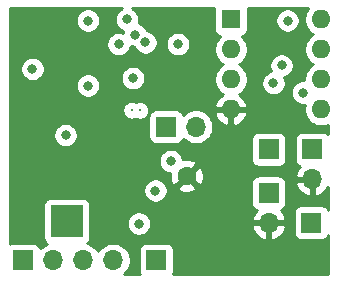
<source format=gbr>
%TF.GenerationSoftware,KiCad,Pcbnew,(5.1.6)-1*%
%TF.CreationDate,2020-10-15T17:46:37+08:00*%
%TF.ProjectId,Music_Player,4d757369-635f-4506-9c61-7965722e6b69,rev?*%
%TF.SameCoordinates,Original*%
%TF.FileFunction,Copper,L2,Inr*%
%TF.FilePolarity,Positive*%
%FSLAX46Y46*%
G04 Gerber Fmt 4.6, Leading zero omitted, Abs format (unit mm)*
G04 Created by KiCad (PCBNEW (5.1.6)-1) date 2020-10-15 17:46:37*
%MOMM*%
%LPD*%
G01*
G04 APERTURE LIST*
%TA.AperFunction,ViaPad*%
%ADD10C,0.320000*%
%TD*%
%TA.AperFunction,ViaPad*%
%ADD11O,1.600000X1.600000*%
%TD*%
%TA.AperFunction,ViaPad*%
%ADD12R,1.600000X1.600000*%
%TD*%
%TA.AperFunction,ViaPad*%
%ADD13R,1.700000X1.700000*%
%TD*%
%TA.AperFunction,ViaPad*%
%ADD14O,1.700000X1.700000*%
%TD*%
%TA.AperFunction,ViaPad*%
%ADD15C,1.600000*%
%TD*%
%TA.AperFunction,ViaPad*%
%ADD16R,2.700000X2.700000*%
%TD*%
%TA.AperFunction,ViaPad*%
%ADD17C,0.800000*%
%TD*%
%TA.AperFunction,Conductor*%
%ADD18C,0.254000*%
%TD*%
G04 APERTURE END LIST*
D10*
%TO.N,Net-(U2-Pad2)*%
%TO.C,Y1*%
X21700000Y-19300000D03*
%TO.N,Net-(U2-Pad1)*%
X21000000Y-19300000D03*
%TD*%
D11*
%TO.N,+3V3*%
%TO.C,U2*%
X37020000Y-11600000D03*
%TO.N,GND*%
X29400000Y-19220000D03*
%TO.N,/RTC_OUT*%
X37020000Y-14140000D03*
%TO.N,Net-(BT1-Pad1)*%
X29400000Y-16680000D03*
%TO.N,Net-(J1-Pad2)*%
X37020000Y-16680000D03*
%TO.N,Net-(U2-Pad2)*%
X29400000Y-14140000D03*
%TO.N,Net-(J1-Pad1)*%
X37020000Y-19220000D03*
D12*
%TO.N,Net-(U2-Pad1)*%
X29400000Y-11600000D03*
%TD*%
D13*
%TO.N,/RTC_OUT*%
%TO.C,J7*%
X32600000Y-22600000D03*
%TD*%
%TO.N,+3V3*%
%TO.C,J6*%
X36200000Y-28800000D03*
%TD*%
%TO.N,CVDD*%
%TO.C,J5*%
X23100000Y-32000000D03*
%TD*%
D14*
%TO.N,/BAT_D1*%
%TO.C,J4*%
X19420000Y-32000000D03*
%TO.N,/BAT_D2*%
X16880000Y-32000000D03*
%TO.N,/BAT_D3*%
X14340000Y-32000000D03*
D13*
%TO.N,/BAT_D4*%
X11800000Y-32000000D03*
%TD*%
D14*
%TO.N,GND*%
%TO.C,J3*%
X36300000Y-25140000D03*
D13*
%TO.N,VBUS*%
X36300000Y-22600000D03*
%TD*%
D14*
%TO.N,GND*%
%TO.C,J2*%
X32600000Y-28840000D03*
D13*
%TO.N,/bat_+*%
X32600000Y-26300000D03*
%TD*%
D14*
%TO.N,Net-(J1-Pad2)*%
%TO.C,J1*%
X26440000Y-20700000D03*
D13*
%TO.N,Net-(J1-Pad1)*%
X23900000Y-20700000D03*
%TD*%
D15*
%TO.N,GND*%
%TO.C,BT1*%
X25670000Y-24850000D03*
D16*
%TO.N,Net-(BT1-Pad1)*%
X15500000Y-28700000D03*
%TD*%
D17*
%TO.N,GND*%
X17371185Y-14434078D03*
X27700000Y-12900000D03*
X18400000Y-25900000D03*
%TO.N,+3V3*%
X24900000Y-13700000D03*
%TO.N,CVDD*%
X15400000Y-21400000D03*
%TO.N,/BAT_PWR*%
X23000000Y-26100000D03*
X20600000Y-11600004D03*
X19900000Y-13700000D03*
%TO.N,Net-(D1-Pad2)*%
X33700000Y-15500000D03*
X34200000Y-11700000D03*
%TO.N,+5V*%
X21100000Y-16575000D03*
%TO.N,Net-(L1-Pad2)*%
X12600000Y-15800000D03*
X17300000Y-11699996D03*
%TO.N,/BAT+*%
X21600000Y-28900000D03*
X24305154Y-23605154D03*
%TO.N,Net-(C3-Pad2)*%
X21300000Y-12900000D03*
X17300000Y-17200000D03*
%TO.N,Net-(C5-Pad1)*%
X22157500Y-13557500D03*
%TO.N,Net-(J1-Pad2)*%
X33000000Y-17000000D03*
X35500000Y-17800000D03*
%TD*%
D18*
%TO.N,GND*%
G36*
X20109744Y-10682799D02*
G01*
X19940226Y-10796067D01*
X19796063Y-10940230D01*
X19682795Y-11109748D01*
X19604774Y-11298106D01*
X19565000Y-11498065D01*
X19565000Y-11701943D01*
X19604774Y-11901902D01*
X19682795Y-12090260D01*
X19796063Y-12259778D01*
X19940226Y-12403941D01*
X20109744Y-12517209D01*
X20298102Y-12595230D01*
X20305365Y-12596675D01*
X20304774Y-12598102D01*
X20277340Y-12736023D01*
X20201898Y-12704774D01*
X20001939Y-12665000D01*
X19798061Y-12665000D01*
X19598102Y-12704774D01*
X19409744Y-12782795D01*
X19240226Y-12896063D01*
X19096063Y-13040226D01*
X18982795Y-13209744D01*
X18904774Y-13398102D01*
X18865000Y-13598061D01*
X18865000Y-13801939D01*
X18904774Y-14001898D01*
X18982795Y-14190256D01*
X19096063Y-14359774D01*
X19240226Y-14503937D01*
X19409744Y-14617205D01*
X19598102Y-14695226D01*
X19798061Y-14735000D01*
X20001939Y-14735000D01*
X20201898Y-14695226D01*
X20390256Y-14617205D01*
X20559774Y-14503937D01*
X20703937Y-14359774D01*
X20817205Y-14190256D01*
X20895226Y-14001898D01*
X20922660Y-13863977D01*
X20998102Y-13895226D01*
X21193188Y-13934031D01*
X21240295Y-14047756D01*
X21353563Y-14217274D01*
X21497726Y-14361437D01*
X21667244Y-14474705D01*
X21855602Y-14552726D01*
X22055561Y-14592500D01*
X22259439Y-14592500D01*
X22459398Y-14552726D01*
X22647756Y-14474705D01*
X22817274Y-14361437D01*
X22961437Y-14217274D01*
X23074705Y-14047756D01*
X23152726Y-13859398D01*
X23192500Y-13659439D01*
X23192500Y-13598061D01*
X23865000Y-13598061D01*
X23865000Y-13801939D01*
X23904774Y-14001898D01*
X23982795Y-14190256D01*
X24096063Y-14359774D01*
X24240226Y-14503937D01*
X24409744Y-14617205D01*
X24598102Y-14695226D01*
X24798061Y-14735000D01*
X25001939Y-14735000D01*
X25201898Y-14695226D01*
X25390256Y-14617205D01*
X25559774Y-14503937D01*
X25703937Y-14359774D01*
X25817205Y-14190256D01*
X25895226Y-14001898D01*
X25935000Y-13801939D01*
X25935000Y-13598061D01*
X25895226Y-13398102D01*
X25817205Y-13209744D01*
X25703937Y-13040226D01*
X25559774Y-12896063D01*
X25390256Y-12782795D01*
X25201898Y-12704774D01*
X25001939Y-12665000D01*
X24798061Y-12665000D01*
X24598102Y-12704774D01*
X24409744Y-12782795D01*
X24240226Y-12896063D01*
X24096063Y-13040226D01*
X23982795Y-13209744D01*
X23904774Y-13398102D01*
X23865000Y-13598061D01*
X23192500Y-13598061D01*
X23192500Y-13455561D01*
X23152726Y-13255602D01*
X23074705Y-13067244D01*
X22961437Y-12897726D01*
X22817274Y-12753563D01*
X22647756Y-12640295D01*
X22459398Y-12562274D01*
X22264312Y-12523469D01*
X22217205Y-12409744D01*
X22103937Y-12240226D01*
X21959774Y-12096063D01*
X21790256Y-11982795D01*
X21601898Y-11904774D01*
X21594635Y-11903329D01*
X21595226Y-11901902D01*
X21635000Y-11701943D01*
X21635000Y-11498065D01*
X21595226Y-11298106D01*
X21517205Y-11109748D01*
X21403937Y-10940230D01*
X21259774Y-10796067D01*
X21090256Y-10682799D01*
X21035215Y-10660000D01*
X27978895Y-10660000D01*
X27974188Y-10675518D01*
X27961928Y-10800000D01*
X27961928Y-12400000D01*
X27974188Y-12524482D01*
X28010498Y-12644180D01*
X28069463Y-12754494D01*
X28148815Y-12851185D01*
X28245506Y-12930537D01*
X28355820Y-12989502D01*
X28475518Y-13025812D01*
X28483961Y-13026643D01*
X28285363Y-13225241D01*
X28128320Y-13460273D01*
X28020147Y-13721426D01*
X27965000Y-13998665D01*
X27965000Y-14281335D01*
X28020147Y-14558574D01*
X28128320Y-14819727D01*
X28285363Y-15054759D01*
X28485241Y-15254637D01*
X28717759Y-15410000D01*
X28485241Y-15565363D01*
X28285363Y-15765241D01*
X28128320Y-16000273D01*
X28020147Y-16261426D01*
X27965000Y-16538665D01*
X27965000Y-16821335D01*
X28020147Y-17098574D01*
X28128320Y-17359727D01*
X28285363Y-17594759D01*
X28485241Y-17794637D01*
X28720273Y-17951680D01*
X28730865Y-17956067D01*
X28544869Y-18067615D01*
X28336481Y-18256586D01*
X28168963Y-18482580D01*
X28048754Y-18736913D01*
X28008096Y-18870961D01*
X28130085Y-19093000D01*
X29273000Y-19093000D01*
X29273000Y-19073000D01*
X29527000Y-19073000D01*
X29527000Y-19093000D01*
X30669915Y-19093000D01*
X30791904Y-18870961D01*
X30751246Y-18736913D01*
X30631037Y-18482580D01*
X30463519Y-18256586D01*
X30255131Y-18067615D01*
X30069135Y-17956067D01*
X30079727Y-17951680D01*
X30314759Y-17794637D01*
X30514637Y-17594759D01*
X30671680Y-17359727D01*
X30779853Y-17098574D01*
X30819738Y-16898061D01*
X31965000Y-16898061D01*
X31965000Y-17101939D01*
X32004774Y-17301898D01*
X32082795Y-17490256D01*
X32196063Y-17659774D01*
X32340226Y-17803937D01*
X32509744Y-17917205D01*
X32698102Y-17995226D01*
X32898061Y-18035000D01*
X33101939Y-18035000D01*
X33301898Y-17995226D01*
X33490256Y-17917205D01*
X33659774Y-17803937D01*
X33803937Y-17659774D01*
X33917205Y-17490256D01*
X33995226Y-17301898D01*
X34035000Y-17101939D01*
X34035000Y-16898061D01*
X33995226Y-16698102D01*
X33918096Y-16511895D01*
X34001898Y-16495226D01*
X34190256Y-16417205D01*
X34359774Y-16303937D01*
X34503937Y-16159774D01*
X34617205Y-15990256D01*
X34695226Y-15801898D01*
X34735000Y-15601939D01*
X34735000Y-15398061D01*
X34695226Y-15198102D01*
X34617205Y-15009744D01*
X34503937Y-14840226D01*
X34359774Y-14696063D01*
X34190256Y-14582795D01*
X34001898Y-14504774D01*
X33801939Y-14465000D01*
X33598061Y-14465000D01*
X33398102Y-14504774D01*
X33209744Y-14582795D01*
X33040226Y-14696063D01*
X32896063Y-14840226D01*
X32782795Y-15009744D01*
X32704774Y-15198102D01*
X32665000Y-15398061D01*
X32665000Y-15601939D01*
X32704774Y-15801898D01*
X32781904Y-15988105D01*
X32698102Y-16004774D01*
X32509744Y-16082795D01*
X32340226Y-16196063D01*
X32196063Y-16340226D01*
X32082795Y-16509744D01*
X32004774Y-16698102D01*
X31965000Y-16898061D01*
X30819738Y-16898061D01*
X30835000Y-16821335D01*
X30835000Y-16538665D01*
X30779853Y-16261426D01*
X30671680Y-16000273D01*
X30514637Y-15765241D01*
X30314759Y-15565363D01*
X30082241Y-15410000D01*
X30314759Y-15254637D01*
X30514637Y-15054759D01*
X30671680Y-14819727D01*
X30779853Y-14558574D01*
X30835000Y-14281335D01*
X30835000Y-13998665D01*
X30779853Y-13721426D01*
X30671680Y-13460273D01*
X30514637Y-13225241D01*
X30316039Y-13026643D01*
X30324482Y-13025812D01*
X30444180Y-12989502D01*
X30554494Y-12930537D01*
X30651185Y-12851185D01*
X30730537Y-12754494D01*
X30789502Y-12644180D01*
X30825812Y-12524482D01*
X30838072Y-12400000D01*
X30838072Y-11598061D01*
X33165000Y-11598061D01*
X33165000Y-11801939D01*
X33204774Y-12001898D01*
X33282795Y-12190256D01*
X33396063Y-12359774D01*
X33540226Y-12503937D01*
X33709744Y-12617205D01*
X33898102Y-12695226D01*
X34098061Y-12735000D01*
X34301939Y-12735000D01*
X34501898Y-12695226D01*
X34690256Y-12617205D01*
X34859774Y-12503937D01*
X35003937Y-12359774D01*
X35117205Y-12190256D01*
X35195226Y-12001898D01*
X35235000Y-11801939D01*
X35235000Y-11598061D01*
X35195226Y-11398102D01*
X35117205Y-11209744D01*
X35003937Y-11040226D01*
X34859774Y-10896063D01*
X34690256Y-10782795D01*
X34501898Y-10704774D01*
X34301939Y-10665000D01*
X34098061Y-10665000D01*
X33898102Y-10704774D01*
X33709744Y-10782795D01*
X33540226Y-10896063D01*
X33396063Y-11040226D01*
X33282795Y-11209744D01*
X33204774Y-11398102D01*
X33165000Y-11598061D01*
X30838072Y-11598061D01*
X30838072Y-10800000D01*
X30825812Y-10675518D01*
X30821105Y-10660000D01*
X35930604Y-10660000D01*
X35905363Y-10685241D01*
X35748320Y-10920273D01*
X35640147Y-11181426D01*
X35585000Y-11458665D01*
X35585000Y-11741335D01*
X35640147Y-12018574D01*
X35748320Y-12279727D01*
X35905363Y-12514759D01*
X36105241Y-12714637D01*
X36337759Y-12870000D01*
X36105241Y-13025363D01*
X35905363Y-13225241D01*
X35748320Y-13460273D01*
X35640147Y-13721426D01*
X35585000Y-13998665D01*
X35585000Y-14281335D01*
X35640147Y-14558574D01*
X35748320Y-14819727D01*
X35905363Y-15054759D01*
X36105241Y-15254637D01*
X36337759Y-15410000D01*
X36105241Y-15565363D01*
X35905363Y-15765241D01*
X35748320Y-16000273D01*
X35640147Y-16261426D01*
X35585000Y-16538665D01*
X35585000Y-16765000D01*
X35398061Y-16765000D01*
X35198102Y-16804774D01*
X35009744Y-16882795D01*
X34840226Y-16996063D01*
X34696063Y-17140226D01*
X34582795Y-17309744D01*
X34504774Y-17498102D01*
X34465000Y-17698061D01*
X34465000Y-17901939D01*
X34504774Y-18101898D01*
X34582795Y-18290256D01*
X34696063Y-18459774D01*
X34840226Y-18603937D01*
X35009744Y-18717205D01*
X35198102Y-18795226D01*
X35398061Y-18835000D01*
X35601939Y-18835000D01*
X35634768Y-18828470D01*
X35585000Y-19078665D01*
X35585000Y-19361335D01*
X35640147Y-19638574D01*
X35748320Y-19899727D01*
X35905363Y-20134759D01*
X36105241Y-20334637D01*
X36340273Y-20491680D01*
X36601426Y-20599853D01*
X36878665Y-20655000D01*
X37161335Y-20655000D01*
X37438574Y-20599853D01*
X37640000Y-20516420D01*
X37640000Y-21346112D01*
X37601185Y-21298815D01*
X37504494Y-21219463D01*
X37394180Y-21160498D01*
X37274482Y-21124188D01*
X37150000Y-21111928D01*
X35450000Y-21111928D01*
X35325518Y-21124188D01*
X35205820Y-21160498D01*
X35095506Y-21219463D01*
X34998815Y-21298815D01*
X34919463Y-21395506D01*
X34860498Y-21505820D01*
X34824188Y-21625518D01*
X34811928Y-21750000D01*
X34811928Y-23450000D01*
X34824188Y-23574482D01*
X34860498Y-23694180D01*
X34919463Y-23804494D01*
X34998815Y-23901185D01*
X35095506Y-23980537D01*
X35205820Y-24039502D01*
X35286466Y-24063966D01*
X35202412Y-24139731D01*
X35028359Y-24373080D01*
X34903175Y-24635901D01*
X34858524Y-24783110D01*
X34979845Y-25013000D01*
X36173000Y-25013000D01*
X36173000Y-24993000D01*
X36427000Y-24993000D01*
X36427000Y-25013000D01*
X36447000Y-25013000D01*
X36447000Y-25267000D01*
X36427000Y-25267000D01*
X36427000Y-26460814D01*
X36656891Y-26581481D01*
X36931252Y-26484157D01*
X37181355Y-26335178D01*
X37397588Y-26140269D01*
X37571641Y-25906920D01*
X37640001Y-25763400D01*
X37640001Y-27707464D01*
X37639502Y-27705820D01*
X37580537Y-27595506D01*
X37501185Y-27498815D01*
X37404494Y-27419463D01*
X37294180Y-27360498D01*
X37174482Y-27324188D01*
X37050000Y-27311928D01*
X35350000Y-27311928D01*
X35225518Y-27324188D01*
X35105820Y-27360498D01*
X34995506Y-27419463D01*
X34898815Y-27498815D01*
X34819463Y-27595506D01*
X34760498Y-27705820D01*
X34724188Y-27825518D01*
X34711928Y-27950000D01*
X34711928Y-29650000D01*
X34724188Y-29774482D01*
X34760498Y-29894180D01*
X34819463Y-30004494D01*
X34898815Y-30101185D01*
X34995506Y-30180537D01*
X35105820Y-30239502D01*
X35225518Y-30275812D01*
X35350000Y-30288072D01*
X37050000Y-30288072D01*
X37174482Y-30275812D01*
X37294180Y-30239502D01*
X37404494Y-30180537D01*
X37501185Y-30101185D01*
X37580537Y-30004494D01*
X37639502Y-29894180D01*
X37640001Y-29892536D01*
X37640001Y-33140000D01*
X24515010Y-33140000D01*
X24539502Y-33094180D01*
X24575812Y-32974482D01*
X24588072Y-32850000D01*
X24588072Y-31150000D01*
X24575812Y-31025518D01*
X24539502Y-30905820D01*
X24480537Y-30795506D01*
X24401185Y-30698815D01*
X24304494Y-30619463D01*
X24194180Y-30560498D01*
X24074482Y-30524188D01*
X23950000Y-30511928D01*
X22250000Y-30511928D01*
X22125518Y-30524188D01*
X22005820Y-30560498D01*
X21895506Y-30619463D01*
X21798815Y-30698815D01*
X21719463Y-30795506D01*
X21660498Y-30905820D01*
X21624188Y-31025518D01*
X21611928Y-31150000D01*
X21611928Y-32850000D01*
X21624188Y-32974482D01*
X21660498Y-33094180D01*
X21684990Y-33140000D01*
X20380107Y-33140000D01*
X20573475Y-32946632D01*
X20735990Y-32703411D01*
X20847932Y-32433158D01*
X20905000Y-32146260D01*
X20905000Y-31853740D01*
X20847932Y-31566842D01*
X20735990Y-31296589D01*
X20573475Y-31053368D01*
X20366632Y-30846525D01*
X20123411Y-30684010D01*
X19853158Y-30572068D01*
X19566260Y-30515000D01*
X19273740Y-30515000D01*
X18986842Y-30572068D01*
X18716589Y-30684010D01*
X18473368Y-30846525D01*
X18266525Y-31053368D01*
X18150000Y-31227760D01*
X18033475Y-31053368D01*
X17826632Y-30846525D01*
X17583411Y-30684010D01*
X17313158Y-30572068D01*
X17234000Y-30556322D01*
X17301185Y-30501185D01*
X17380537Y-30404494D01*
X17439502Y-30294180D01*
X17475812Y-30174482D01*
X17488072Y-30050000D01*
X17488072Y-28798061D01*
X20565000Y-28798061D01*
X20565000Y-29001939D01*
X20604774Y-29201898D01*
X20682795Y-29390256D01*
X20796063Y-29559774D01*
X20940226Y-29703937D01*
X21109744Y-29817205D01*
X21298102Y-29895226D01*
X21498061Y-29935000D01*
X21701939Y-29935000D01*
X21901898Y-29895226D01*
X22090256Y-29817205D01*
X22259774Y-29703937D01*
X22403937Y-29559774D01*
X22517205Y-29390256D01*
X22595226Y-29201898D01*
X22596222Y-29196890D01*
X31158524Y-29196890D01*
X31203175Y-29344099D01*
X31328359Y-29606920D01*
X31502412Y-29840269D01*
X31718645Y-30035178D01*
X31968748Y-30184157D01*
X32243109Y-30281481D01*
X32473000Y-30160814D01*
X32473000Y-28967000D01*
X32727000Y-28967000D01*
X32727000Y-30160814D01*
X32956891Y-30281481D01*
X33231252Y-30184157D01*
X33481355Y-30035178D01*
X33697588Y-29840269D01*
X33871641Y-29606920D01*
X33996825Y-29344099D01*
X34041476Y-29196890D01*
X33920155Y-28967000D01*
X32727000Y-28967000D01*
X32473000Y-28967000D01*
X31279845Y-28967000D01*
X31158524Y-29196890D01*
X22596222Y-29196890D01*
X22635000Y-29001939D01*
X22635000Y-28798061D01*
X22595226Y-28598102D01*
X22517205Y-28409744D01*
X22403937Y-28240226D01*
X22259774Y-28096063D01*
X22090256Y-27982795D01*
X21901898Y-27904774D01*
X21701939Y-27865000D01*
X21498061Y-27865000D01*
X21298102Y-27904774D01*
X21109744Y-27982795D01*
X20940226Y-28096063D01*
X20796063Y-28240226D01*
X20682795Y-28409744D01*
X20604774Y-28598102D01*
X20565000Y-28798061D01*
X17488072Y-28798061D01*
X17488072Y-27350000D01*
X17475812Y-27225518D01*
X17439502Y-27105820D01*
X17380537Y-26995506D01*
X17301185Y-26898815D01*
X17204494Y-26819463D01*
X17094180Y-26760498D01*
X16974482Y-26724188D01*
X16850000Y-26711928D01*
X14150000Y-26711928D01*
X14025518Y-26724188D01*
X13905820Y-26760498D01*
X13795506Y-26819463D01*
X13698815Y-26898815D01*
X13619463Y-26995506D01*
X13560498Y-27105820D01*
X13524188Y-27225518D01*
X13511928Y-27350000D01*
X13511928Y-30050000D01*
X13524188Y-30174482D01*
X13560498Y-30294180D01*
X13619463Y-30404494D01*
X13698815Y-30501185D01*
X13795506Y-30580537D01*
X13835188Y-30601748D01*
X13636589Y-30684010D01*
X13393368Y-30846525D01*
X13261513Y-30978380D01*
X13239502Y-30905820D01*
X13180537Y-30795506D01*
X13101185Y-30698815D01*
X13004494Y-30619463D01*
X12894180Y-30560498D01*
X12774482Y-30524188D01*
X12650000Y-30511928D01*
X10950000Y-30511928D01*
X10825518Y-30524188D01*
X10705820Y-30560498D01*
X10660000Y-30584990D01*
X10660000Y-25998061D01*
X21965000Y-25998061D01*
X21965000Y-26201939D01*
X22004774Y-26401898D01*
X22082795Y-26590256D01*
X22196063Y-26759774D01*
X22340226Y-26903937D01*
X22509744Y-27017205D01*
X22698102Y-27095226D01*
X22898061Y-27135000D01*
X23101939Y-27135000D01*
X23301898Y-27095226D01*
X23490256Y-27017205D01*
X23659774Y-26903937D01*
X23803937Y-26759774D01*
X23917205Y-26590256D01*
X23995226Y-26401898D01*
X24035000Y-26201939D01*
X24035000Y-25998061D01*
X24004098Y-25842702D01*
X24856903Y-25842702D01*
X24928486Y-26086671D01*
X25183996Y-26207571D01*
X25458184Y-26276300D01*
X25740512Y-26290217D01*
X26020130Y-26248787D01*
X26286292Y-26153603D01*
X26411514Y-26086671D01*
X26483097Y-25842702D01*
X25670000Y-25029605D01*
X24856903Y-25842702D01*
X24004098Y-25842702D01*
X23995226Y-25798102D01*
X23917205Y-25609744D01*
X23803937Y-25440226D01*
X23659774Y-25296063D01*
X23490256Y-25182795D01*
X23301898Y-25104774D01*
X23101939Y-25065000D01*
X22898061Y-25065000D01*
X22698102Y-25104774D01*
X22509744Y-25182795D01*
X22340226Y-25296063D01*
X22196063Y-25440226D01*
X22082795Y-25609744D01*
X22004774Y-25798102D01*
X21965000Y-25998061D01*
X10660000Y-25998061D01*
X10660000Y-23503215D01*
X23270154Y-23503215D01*
X23270154Y-23707093D01*
X23309928Y-23907052D01*
X23387949Y-24095410D01*
X23501217Y-24264928D01*
X23645380Y-24409091D01*
X23814898Y-24522359D01*
X24003256Y-24600380D01*
X24203215Y-24640154D01*
X24243603Y-24640154D01*
X24229783Y-24920512D01*
X24271213Y-25200130D01*
X24366397Y-25466292D01*
X24433329Y-25591514D01*
X24677298Y-25663097D01*
X25490395Y-24850000D01*
X25849605Y-24850000D01*
X26662702Y-25663097D01*
X26906671Y-25591514D01*
X26973631Y-25450000D01*
X31111928Y-25450000D01*
X31111928Y-27150000D01*
X31124188Y-27274482D01*
X31160498Y-27394180D01*
X31219463Y-27504494D01*
X31298815Y-27601185D01*
X31395506Y-27680537D01*
X31505820Y-27739502D01*
X31586466Y-27763966D01*
X31502412Y-27839731D01*
X31328359Y-28073080D01*
X31203175Y-28335901D01*
X31158524Y-28483110D01*
X31279845Y-28713000D01*
X32473000Y-28713000D01*
X32473000Y-28693000D01*
X32727000Y-28693000D01*
X32727000Y-28713000D01*
X33920155Y-28713000D01*
X34041476Y-28483110D01*
X33996825Y-28335901D01*
X33871641Y-28073080D01*
X33697588Y-27839731D01*
X33613534Y-27763966D01*
X33694180Y-27739502D01*
X33804494Y-27680537D01*
X33901185Y-27601185D01*
X33980537Y-27504494D01*
X34039502Y-27394180D01*
X34075812Y-27274482D01*
X34088072Y-27150000D01*
X34088072Y-25496890D01*
X34858524Y-25496890D01*
X34903175Y-25644099D01*
X35028359Y-25906920D01*
X35202412Y-26140269D01*
X35418645Y-26335178D01*
X35668748Y-26484157D01*
X35943109Y-26581481D01*
X36173000Y-26460814D01*
X36173000Y-25267000D01*
X34979845Y-25267000D01*
X34858524Y-25496890D01*
X34088072Y-25496890D01*
X34088072Y-25450000D01*
X34075812Y-25325518D01*
X34039502Y-25205820D01*
X33980537Y-25095506D01*
X33901185Y-24998815D01*
X33804494Y-24919463D01*
X33694180Y-24860498D01*
X33574482Y-24824188D01*
X33450000Y-24811928D01*
X31750000Y-24811928D01*
X31625518Y-24824188D01*
X31505820Y-24860498D01*
X31395506Y-24919463D01*
X31298815Y-24998815D01*
X31219463Y-25095506D01*
X31160498Y-25205820D01*
X31124188Y-25325518D01*
X31111928Y-25450000D01*
X26973631Y-25450000D01*
X27027571Y-25336004D01*
X27096300Y-25061816D01*
X27110217Y-24779488D01*
X27068787Y-24499870D01*
X26973603Y-24233708D01*
X26906671Y-24108486D01*
X26662702Y-24036903D01*
X25849605Y-24850000D01*
X25490395Y-24850000D01*
X25476253Y-24835858D01*
X25655858Y-24656253D01*
X25670000Y-24670395D01*
X26483097Y-23857298D01*
X26411514Y-23613329D01*
X26156004Y-23492429D01*
X25881816Y-23423700D01*
X25599488Y-23409783D01*
X25329526Y-23449782D01*
X25300380Y-23303256D01*
X25222359Y-23114898D01*
X25109091Y-22945380D01*
X24964928Y-22801217D01*
X24795410Y-22687949D01*
X24607052Y-22609928D01*
X24407093Y-22570154D01*
X24203215Y-22570154D01*
X24003256Y-22609928D01*
X23814898Y-22687949D01*
X23645380Y-22801217D01*
X23501217Y-22945380D01*
X23387949Y-23114898D01*
X23309928Y-23303256D01*
X23270154Y-23503215D01*
X10660000Y-23503215D01*
X10660000Y-21298061D01*
X14365000Y-21298061D01*
X14365000Y-21501939D01*
X14404774Y-21701898D01*
X14482795Y-21890256D01*
X14596063Y-22059774D01*
X14740226Y-22203937D01*
X14909744Y-22317205D01*
X15098102Y-22395226D01*
X15298061Y-22435000D01*
X15501939Y-22435000D01*
X15701898Y-22395226D01*
X15890256Y-22317205D01*
X16059774Y-22203937D01*
X16203937Y-22059774D01*
X16317205Y-21890256D01*
X16395226Y-21701898D01*
X16435000Y-21501939D01*
X16435000Y-21298061D01*
X16395226Y-21098102D01*
X16317205Y-20909744D01*
X16203937Y-20740226D01*
X16059774Y-20596063D01*
X15890256Y-20482795D01*
X15701898Y-20404774D01*
X15501939Y-20365000D01*
X15298061Y-20365000D01*
X15098102Y-20404774D01*
X14909744Y-20482795D01*
X14740226Y-20596063D01*
X14596063Y-20740226D01*
X14482795Y-20909744D01*
X14404774Y-21098102D01*
X14365000Y-21298061D01*
X10660000Y-21298061D01*
X10660000Y-19221699D01*
X20205000Y-19221699D01*
X20205000Y-19378301D01*
X20235551Y-19531893D01*
X20295480Y-19676574D01*
X20382483Y-19806783D01*
X20493217Y-19917517D01*
X20623426Y-20004520D01*
X20768107Y-20064449D01*
X20921699Y-20095000D01*
X21078301Y-20095000D01*
X21231893Y-20064449D01*
X21350000Y-20015527D01*
X21468107Y-20064449D01*
X21621699Y-20095000D01*
X21778301Y-20095000D01*
X21931893Y-20064449D01*
X22076574Y-20004520D01*
X22206783Y-19917517D01*
X22274300Y-19850000D01*
X22411928Y-19850000D01*
X22411928Y-21550000D01*
X22424188Y-21674482D01*
X22460498Y-21794180D01*
X22519463Y-21904494D01*
X22598815Y-22001185D01*
X22695506Y-22080537D01*
X22805820Y-22139502D01*
X22925518Y-22175812D01*
X23050000Y-22188072D01*
X24750000Y-22188072D01*
X24874482Y-22175812D01*
X24994180Y-22139502D01*
X25104494Y-22080537D01*
X25201185Y-22001185D01*
X25280537Y-21904494D01*
X25339502Y-21794180D01*
X25361513Y-21721620D01*
X25493368Y-21853475D01*
X25736589Y-22015990D01*
X26006842Y-22127932D01*
X26293740Y-22185000D01*
X26586260Y-22185000D01*
X26873158Y-22127932D01*
X27143411Y-22015990D01*
X27386632Y-21853475D01*
X27490107Y-21750000D01*
X31111928Y-21750000D01*
X31111928Y-23450000D01*
X31124188Y-23574482D01*
X31160498Y-23694180D01*
X31219463Y-23804494D01*
X31298815Y-23901185D01*
X31395506Y-23980537D01*
X31505820Y-24039502D01*
X31625518Y-24075812D01*
X31750000Y-24088072D01*
X33450000Y-24088072D01*
X33574482Y-24075812D01*
X33694180Y-24039502D01*
X33804494Y-23980537D01*
X33901185Y-23901185D01*
X33980537Y-23804494D01*
X34039502Y-23694180D01*
X34075812Y-23574482D01*
X34088072Y-23450000D01*
X34088072Y-21750000D01*
X34075812Y-21625518D01*
X34039502Y-21505820D01*
X33980537Y-21395506D01*
X33901185Y-21298815D01*
X33804494Y-21219463D01*
X33694180Y-21160498D01*
X33574482Y-21124188D01*
X33450000Y-21111928D01*
X31750000Y-21111928D01*
X31625518Y-21124188D01*
X31505820Y-21160498D01*
X31395506Y-21219463D01*
X31298815Y-21298815D01*
X31219463Y-21395506D01*
X31160498Y-21505820D01*
X31124188Y-21625518D01*
X31111928Y-21750000D01*
X27490107Y-21750000D01*
X27593475Y-21646632D01*
X27755990Y-21403411D01*
X27867932Y-21133158D01*
X27925000Y-20846260D01*
X27925000Y-20553740D01*
X27867932Y-20266842D01*
X27755990Y-19996589D01*
X27593475Y-19753368D01*
X27409146Y-19569039D01*
X28008096Y-19569039D01*
X28048754Y-19703087D01*
X28168963Y-19957420D01*
X28336481Y-20183414D01*
X28544869Y-20372385D01*
X28786119Y-20517070D01*
X29050960Y-20611909D01*
X29273000Y-20490624D01*
X29273000Y-19347000D01*
X29527000Y-19347000D01*
X29527000Y-20490624D01*
X29749040Y-20611909D01*
X30013881Y-20517070D01*
X30255131Y-20372385D01*
X30463519Y-20183414D01*
X30631037Y-19957420D01*
X30751246Y-19703087D01*
X30791904Y-19569039D01*
X30669915Y-19347000D01*
X29527000Y-19347000D01*
X29273000Y-19347000D01*
X28130085Y-19347000D01*
X28008096Y-19569039D01*
X27409146Y-19569039D01*
X27386632Y-19546525D01*
X27143411Y-19384010D01*
X26873158Y-19272068D01*
X26586260Y-19215000D01*
X26293740Y-19215000D01*
X26006842Y-19272068D01*
X25736589Y-19384010D01*
X25493368Y-19546525D01*
X25361513Y-19678380D01*
X25339502Y-19605820D01*
X25280537Y-19495506D01*
X25201185Y-19398815D01*
X25104494Y-19319463D01*
X24994180Y-19260498D01*
X24874482Y-19224188D01*
X24750000Y-19211928D01*
X23050000Y-19211928D01*
X22925518Y-19224188D01*
X22805820Y-19260498D01*
X22695506Y-19319463D01*
X22598815Y-19398815D01*
X22519463Y-19495506D01*
X22460498Y-19605820D01*
X22424188Y-19725518D01*
X22411928Y-19850000D01*
X22274300Y-19850000D01*
X22317517Y-19806783D01*
X22404520Y-19676574D01*
X22464449Y-19531893D01*
X22495000Y-19378301D01*
X22495000Y-19221699D01*
X22464449Y-19068107D01*
X22404520Y-18923426D01*
X22317517Y-18793217D01*
X22206783Y-18682483D01*
X22076574Y-18595480D01*
X21931893Y-18535551D01*
X21778301Y-18505000D01*
X21621699Y-18505000D01*
X21468107Y-18535551D01*
X21350000Y-18584473D01*
X21231893Y-18535551D01*
X21078301Y-18505000D01*
X20921699Y-18505000D01*
X20768107Y-18535551D01*
X20623426Y-18595480D01*
X20493217Y-18682483D01*
X20382483Y-18793217D01*
X20295480Y-18923426D01*
X20235551Y-19068107D01*
X20205000Y-19221699D01*
X10660000Y-19221699D01*
X10660000Y-17098061D01*
X16265000Y-17098061D01*
X16265000Y-17301939D01*
X16304774Y-17501898D01*
X16382795Y-17690256D01*
X16496063Y-17859774D01*
X16640226Y-18003937D01*
X16809744Y-18117205D01*
X16998102Y-18195226D01*
X17198061Y-18235000D01*
X17401939Y-18235000D01*
X17601898Y-18195226D01*
X17790256Y-18117205D01*
X17959774Y-18003937D01*
X18103937Y-17859774D01*
X18217205Y-17690256D01*
X18295226Y-17501898D01*
X18335000Y-17301939D01*
X18335000Y-17098061D01*
X18295226Y-16898102D01*
X18217205Y-16709744D01*
X18103937Y-16540226D01*
X18036772Y-16473061D01*
X20065000Y-16473061D01*
X20065000Y-16676939D01*
X20104774Y-16876898D01*
X20182795Y-17065256D01*
X20296063Y-17234774D01*
X20440226Y-17378937D01*
X20609744Y-17492205D01*
X20798102Y-17570226D01*
X20998061Y-17610000D01*
X21201939Y-17610000D01*
X21401898Y-17570226D01*
X21590256Y-17492205D01*
X21759774Y-17378937D01*
X21903937Y-17234774D01*
X22017205Y-17065256D01*
X22095226Y-16876898D01*
X22135000Y-16676939D01*
X22135000Y-16473061D01*
X22095226Y-16273102D01*
X22017205Y-16084744D01*
X21903937Y-15915226D01*
X21759774Y-15771063D01*
X21590256Y-15657795D01*
X21401898Y-15579774D01*
X21201939Y-15540000D01*
X20998061Y-15540000D01*
X20798102Y-15579774D01*
X20609744Y-15657795D01*
X20440226Y-15771063D01*
X20296063Y-15915226D01*
X20182795Y-16084744D01*
X20104774Y-16273102D01*
X20065000Y-16473061D01*
X18036772Y-16473061D01*
X17959774Y-16396063D01*
X17790256Y-16282795D01*
X17601898Y-16204774D01*
X17401939Y-16165000D01*
X17198061Y-16165000D01*
X16998102Y-16204774D01*
X16809744Y-16282795D01*
X16640226Y-16396063D01*
X16496063Y-16540226D01*
X16382795Y-16709744D01*
X16304774Y-16898102D01*
X16265000Y-17098061D01*
X10660000Y-17098061D01*
X10660000Y-15698061D01*
X11565000Y-15698061D01*
X11565000Y-15901939D01*
X11604774Y-16101898D01*
X11682795Y-16290256D01*
X11796063Y-16459774D01*
X11940226Y-16603937D01*
X12109744Y-16717205D01*
X12298102Y-16795226D01*
X12498061Y-16835000D01*
X12701939Y-16835000D01*
X12901898Y-16795226D01*
X13090256Y-16717205D01*
X13259774Y-16603937D01*
X13403937Y-16459774D01*
X13517205Y-16290256D01*
X13595226Y-16101898D01*
X13635000Y-15901939D01*
X13635000Y-15698061D01*
X13595226Y-15498102D01*
X13517205Y-15309744D01*
X13403937Y-15140226D01*
X13259774Y-14996063D01*
X13090256Y-14882795D01*
X12901898Y-14804774D01*
X12701939Y-14765000D01*
X12498061Y-14765000D01*
X12298102Y-14804774D01*
X12109744Y-14882795D01*
X11940226Y-14996063D01*
X11796063Y-15140226D01*
X11682795Y-15309744D01*
X11604774Y-15498102D01*
X11565000Y-15698061D01*
X10660000Y-15698061D01*
X10660000Y-11598057D01*
X16265000Y-11598057D01*
X16265000Y-11801935D01*
X16304774Y-12001894D01*
X16382795Y-12190252D01*
X16496063Y-12359770D01*
X16640226Y-12503933D01*
X16809744Y-12617201D01*
X16998102Y-12695222D01*
X17198061Y-12734996D01*
X17401939Y-12734996D01*
X17601898Y-12695222D01*
X17790256Y-12617201D01*
X17959774Y-12503933D01*
X18103937Y-12359770D01*
X18217205Y-12190252D01*
X18295226Y-12001894D01*
X18335000Y-11801935D01*
X18335000Y-11598057D01*
X18295226Y-11398098D01*
X18217205Y-11209740D01*
X18103937Y-11040222D01*
X17959774Y-10896059D01*
X17790256Y-10782791D01*
X17601898Y-10704770D01*
X17401939Y-10664996D01*
X17198061Y-10664996D01*
X16998102Y-10704770D01*
X16809744Y-10782791D01*
X16640226Y-10896059D01*
X16496063Y-11040222D01*
X16382795Y-11209740D01*
X16304774Y-11398098D01*
X16265000Y-11598057D01*
X10660000Y-11598057D01*
X10660000Y-10660000D01*
X20164785Y-10660000D01*
X20109744Y-10682799D01*
G37*
X20109744Y-10682799D02*
X19940226Y-10796067D01*
X19796063Y-10940230D01*
X19682795Y-11109748D01*
X19604774Y-11298106D01*
X19565000Y-11498065D01*
X19565000Y-11701943D01*
X19604774Y-11901902D01*
X19682795Y-12090260D01*
X19796063Y-12259778D01*
X19940226Y-12403941D01*
X20109744Y-12517209D01*
X20298102Y-12595230D01*
X20305365Y-12596675D01*
X20304774Y-12598102D01*
X20277340Y-12736023D01*
X20201898Y-12704774D01*
X20001939Y-12665000D01*
X19798061Y-12665000D01*
X19598102Y-12704774D01*
X19409744Y-12782795D01*
X19240226Y-12896063D01*
X19096063Y-13040226D01*
X18982795Y-13209744D01*
X18904774Y-13398102D01*
X18865000Y-13598061D01*
X18865000Y-13801939D01*
X18904774Y-14001898D01*
X18982795Y-14190256D01*
X19096063Y-14359774D01*
X19240226Y-14503937D01*
X19409744Y-14617205D01*
X19598102Y-14695226D01*
X19798061Y-14735000D01*
X20001939Y-14735000D01*
X20201898Y-14695226D01*
X20390256Y-14617205D01*
X20559774Y-14503937D01*
X20703937Y-14359774D01*
X20817205Y-14190256D01*
X20895226Y-14001898D01*
X20922660Y-13863977D01*
X20998102Y-13895226D01*
X21193188Y-13934031D01*
X21240295Y-14047756D01*
X21353563Y-14217274D01*
X21497726Y-14361437D01*
X21667244Y-14474705D01*
X21855602Y-14552726D01*
X22055561Y-14592500D01*
X22259439Y-14592500D01*
X22459398Y-14552726D01*
X22647756Y-14474705D01*
X22817274Y-14361437D01*
X22961437Y-14217274D01*
X23074705Y-14047756D01*
X23152726Y-13859398D01*
X23192500Y-13659439D01*
X23192500Y-13598061D01*
X23865000Y-13598061D01*
X23865000Y-13801939D01*
X23904774Y-14001898D01*
X23982795Y-14190256D01*
X24096063Y-14359774D01*
X24240226Y-14503937D01*
X24409744Y-14617205D01*
X24598102Y-14695226D01*
X24798061Y-14735000D01*
X25001939Y-14735000D01*
X25201898Y-14695226D01*
X25390256Y-14617205D01*
X25559774Y-14503937D01*
X25703937Y-14359774D01*
X25817205Y-14190256D01*
X25895226Y-14001898D01*
X25935000Y-13801939D01*
X25935000Y-13598061D01*
X25895226Y-13398102D01*
X25817205Y-13209744D01*
X25703937Y-13040226D01*
X25559774Y-12896063D01*
X25390256Y-12782795D01*
X25201898Y-12704774D01*
X25001939Y-12665000D01*
X24798061Y-12665000D01*
X24598102Y-12704774D01*
X24409744Y-12782795D01*
X24240226Y-12896063D01*
X24096063Y-13040226D01*
X23982795Y-13209744D01*
X23904774Y-13398102D01*
X23865000Y-13598061D01*
X23192500Y-13598061D01*
X23192500Y-13455561D01*
X23152726Y-13255602D01*
X23074705Y-13067244D01*
X22961437Y-12897726D01*
X22817274Y-12753563D01*
X22647756Y-12640295D01*
X22459398Y-12562274D01*
X22264312Y-12523469D01*
X22217205Y-12409744D01*
X22103937Y-12240226D01*
X21959774Y-12096063D01*
X21790256Y-11982795D01*
X21601898Y-11904774D01*
X21594635Y-11903329D01*
X21595226Y-11901902D01*
X21635000Y-11701943D01*
X21635000Y-11498065D01*
X21595226Y-11298106D01*
X21517205Y-11109748D01*
X21403937Y-10940230D01*
X21259774Y-10796067D01*
X21090256Y-10682799D01*
X21035215Y-10660000D01*
X27978895Y-10660000D01*
X27974188Y-10675518D01*
X27961928Y-10800000D01*
X27961928Y-12400000D01*
X27974188Y-12524482D01*
X28010498Y-12644180D01*
X28069463Y-12754494D01*
X28148815Y-12851185D01*
X28245506Y-12930537D01*
X28355820Y-12989502D01*
X28475518Y-13025812D01*
X28483961Y-13026643D01*
X28285363Y-13225241D01*
X28128320Y-13460273D01*
X28020147Y-13721426D01*
X27965000Y-13998665D01*
X27965000Y-14281335D01*
X28020147Y-14558574D01*
X28128320Y-14819727D01*
X28285363Y-15054759D01*
X28485241Y-15254637D01*
X28717759Y-15410000D01*
X28485241Y-15565363D01*
X28285363Y-15765241D01*
X28128320Y-16000273D01*
X28020147Y-16261426D01*
X27965000Y-16538665D01*
X27965000Y-16821335D01*
X28020147Y-17098574D01*
X28128320Y-17359727D01*
X28285363Y-17594759D01*
X28485241Y-17794637D01*
X28720273Y-17951680D01*
X28730865Y-17956067D01*
X28544869Y-18067615D01*
X28336481Y-18256586D01*
X28168963Y-18482580D01*
X28048754Y-18736913D01*
X28008096Y-18870961D01*
X28130085Y-19093000D01*
X29273000Y-19093000D01*
X29273000Y-19073000D01*
X29527000Y-19073000D01*
X29527000Y-19093000D01*
X30669915Y-19093000D01*
X30791904Y-18870961D01*
X30751246Y-18736913D01*
X30631037Y-18482580D01*
X30463519Y-18256586D01*
X30255131Y-18067615D01*
X30069135Y-17956067D01*
X30079727Y-17951680D01*
X30314759Y-17794637D01*
X30514637Y-17594759D01*
X30671680Y-17359727D01*
X30779853Y-17098574D01*
X30819738Y-16898061D01*
X31965000Y-16898061D01*
X31965000Y-17101939D01*
X32004774Y-17301898D01*
X32082795Y-17490256D01*
X32196063Y-17659774D01*
X32340226Y-17803937D01*
X32509744Y-17917205D01*
X32698102Y-17995226D01*
X32898061Y-18035000D01*
X33101939Y-18035000D01*
X33301898Y-17995226D01*
X33490256Y-17917205D01*
X33659774Y-17803937D01*
X33803937Y-17659774D01*
X33917205Y-17490256D01*
X33995226Y-17301898D01*
X34035000Y-17101939D01*
X34035000Y-16898061D01*
X33995226Y-16698102D01*
X33918096Y-16511895D01*
X34001898Y-16495226D01*
X34190256Y-16417205D01*
X34359774Y-16303937D01*
X34503937Y-16159774D01*
X34617205Y-15990256D01*
X34695226Y-15801898D01*
X34735000Y-15601939D01*
X34735000Y-15398061D01*
X34695226Y-15198102D01*
X34617205Y-15009744D01*
X34503937Y-14840226D01*
X34359774Y-14696063D01*
X34190256Y-14582795D01*
X34001898Y-14504774D01*
X33801939Y-14465000D01*
X33598061Y-14465000D01*
X33398102Y-14504774D01*
X33209744Y-14582795D01*
X33040226Y-14696063D01*
X32896063Y-14840226D01*
X32782795Y-15009744D01*
X32704774Y-15198102D01*
X32665000Y-15398061D01*
X32665000Y-15601939D01*
X32704774Y-15801898D01*
X32781904Y-15988105D01*
X32698102Y-16004774D01*
X32509744Y-16082795D01*
X32340226Y-16196063D01*
X32196063Y-16340226D01*
X32082795Y-16509744D01*
X32004774Y-16698102D01*
X31965000Y-16898061D01*
X30819738Y-16898061D01*
X30835000Y-16821335D01*
X30835000Y-16538665D01*
X30779853Y-16261426D01*
X30671680Y-16000273D01*
X30514637Y-15765241D01*
X30314759Y-15565363D01*
X30082241Y-15410000D01*
X30314759Y-15254637D01*
X30514637Y-15054759D01*
X30671680Y-14819727D01*
X30779853Y-14558574D01*
X30835000Y-14281335D01*
X30835000Y-13998665D01*
X30779853Y-13721426D01*
X30671680Y-13460273D01*
X30514637Y-13225241D01*
X30316039Y-13026643D01*
X30324482Y-13025812D01*
X30444180Y-12989502D01*
X30554494Y-12930537D01*
X30651185Y-12851185D01*
X30730537Y-12754494D01*
X30789502Y-12644180D01*
X30825812Y-12524482D01*
X30838072Y-12400000D01*
X30838072Y-11598061D01*
X33165000Y-11598061D01*
X33165000Y-11801939D01*
X33204774Y-12001898D01*
X33282795Y-12190256D01*
X33396063Y-12359774D01*
X33540226Y-12503937D01*
X33709744Y-12617205D01*
X33898102Y-12695226D01*
X34098061Y-12735000D01*
X34301939Y-12735000D01*
X34501898Y-12695226D01*
X34690256Y-12617205D01*
X34859774Y-12503937D01*
X35003937Y-12359774D01*
X35117205Y-12190256D01*
X35195226Y-12001898D01*
X35235000Y-11801939D01*
X35235000Y-11598061D01*
X35195226Y-11398102D01*
X35117205Y-11209744D01*
X35003937Y-11040226D01*
X34859774Y-10896063D01*
X34690256Y-10782795D01*
X34501898Y-10704774D01*
X34301939Y-10665000D01*
X34098061Y-10665000D01*
X33898102Y-10704774D01*
X33709744Y-10782795D01*
X33540226Y-10896063D01*
X33396063Y-11040226D01*
X33282795Y-11209744D01*
X33204774Y-11398102D01*
X33165000Y-11598061D01*
X30838072Y-11598061D01*
X30838072Y-10800000D01*
X30825812Y-10675518D01*
X30821105Y-10660000D01*
X35930604Y-10660000D01*
X35905363Y-10685241D01*
X35748320Y-10920273D01*
X35640147Y-11181426D01*
X35585000Y-11458665D01*
X35585000Y-11741335D01*
X35640147Y-12018574D01*
X35748320Y-12279727D01*
X35905363Y-12514759D01*
X36105241Y-12714637D01*
X36337759Y-12870000D01*
X36105241Y-13025363D01*
X35905363Y-13225241D01*
X35748320Y-13460273D01*
X35640147Y-13721426D01*
X35585000Y-13998665D01*
X35585000Y-14281335D01*
X35640147Y-14558574D01*
X35748320Y-14819727D01*
X35905363Y-15054759D01*
X36105241Y-15254637D01*
X36337759Y-15410000D01*
X36105241Y-15565363D01*
X35905363Y-15765241D01*
X35748320Y-16000273D01*
X35640147Y-16261426D01*
X35585000Y-16538665D01*
X35585000Y-16765000D01*
X35398061Y-16765000D01*
X35198102Y-16804774D01*
X35009744Y-16882795D01*
X34840226Y-16996063D01*
X34696063Y-17140226D01*
X34582795Y-17309744D01*
X34504774Y-17498102D01*
X34465000Y-17698061D01*
X34465000Y-17901939D01*
X34504774Y-18101898D01*
X34582795Y-18290256D01*
X34696063Y-18459774D01*
X34840226Y-18603937D01*
X35009744Y-18717205D01*
X35198102Y-18795226D01*
X35398061Y-18835000D01*
X35601939Y-18835000D01*
X35634768Y-18828470D01*
X35585000Y-19078665D01*
X35585000Y-19361335D01*
X35640147Y-19638574D01*
X35748320Y-19899727D01*
X35905363Y-20134759D01*
X36105241Y-20334637D01*
X36340273Y-20491680D01*
X36601426Y-20599853D01*
X36878665Y-20655000D01*
X37161335Y-20655000D01*
X37438574Y-20599853D01*
X37640000Y-20516420D01*
X37640000Y-21346112D01*
X37601185Y-21298815D01*
X37504494Y-21219463D01*
X37394180Y-21160498D01*
X37274482Y-21124188D01*
X37150000Y-21111928D01*
X35450000Y-21111928D01*
X35325518Y-21124188D01*
X35205820Y-21160498D01*
X35095506Y-21219463D01*
X34998815Y-21298815D01*
X34919463Y-21395506D01*
X34860498Y-21505820D01*
X34824188Y-21625518D01*
X34811928Y-21750000D01*
X34811928Y-23450000D01*
X34824188Y-23574482D01*
X34860498Y-23694180D01*
X34919463Y-23804494D01*
X34998815Y-23901185D01*
X35095506Y-23980537D01*
X35205820Y-24039502D01*
X35286466Y-24063966D01*
X35202412Y-24139731D01*
X35028359Y-24373080D01*
X34903175Y-24635901D01*
X34858524Y-24783110D01*
X34979845Y-25013000D01*
X36173000Y-25013000D01*
X36173000Y-24993000D01*
X36427000Y-24993000D01*
X36427000Y-25013000D01*
X36447000Y-25013000D01*
X36447000Y-25267000D01*
X36427000Y-25267000D01*
X36427000Y-26460814D01*
X36656891Y-26581481D01*
X36931252Y-26484157D01*
X37181355Y-26335178D01*
X37397588Y-26140269D01*
X37571641Y-25906920D01*
X37640001Y-25763400D01*
X37640001Y-27707464D01*
X37639502Y-27705820D01*
X37580537Y-27595506D01*
X37501185Y-27498815D01*
X37404494Y-27419463D01*
X37294180Y-27360498D01*
X37174482Y-27324188D01*
X37050000Y-27311928D01*
X35350000Y-27311928D01*
X35225518Y-27324188D01*
X35105820Y-27360498D01*
X34995506Y-27419463D01*
X34898815Y-27498815D01*
X34819463Y-27595506D01*
X34760498Y-27705820D01*
X34724188Y-27825518D01*
X34711928Y-27950000D01*
X34711928Y-29650000D01*
X34724188Y-29774482D01*
X34760498Y-29894180D01*
X34819463Y-30004494D01*
X34898815Y-30101185D01*
X34995506Y-30180537D01*
X35105820Y-30239502D01*
X35225518Y-30275812D01*
X35350000Y-30288072D01*
X37050000Y-30288072D01*
X37174482Y-30275812D01*
X37294180Y-30239502D01*
X37404494Y-30180537D01*
X37501185Y-30101185D01*
X37580537Y-30004494D01*
X37639502Y-29894180D01*
X37640001Y-29892536D01*
X37640001Y-33140000D01*
X24515010Y-33140000D01*
X24539502Y-33094180D01*
X24575812Y-32974482D01*
X24588072Y-32850000D01*
X24588072Y-31150000D01*
X24575812Y-31025518D01*
X24539502Y-30905820D01*
X24480537Y-30795506D01*
X24401185Y-30698815D01*
X24304494Y-30619463D01*
X24194180Y-30560498D01*
X24074482Y-30524188D01*
X23950000Y-30511928D01*
X22250000Y-30511928D01*
X22125518Y-30524188D01*
X22005820Y-30560498D01*
X21895506Y-30619463D01*
X21798815Y-30698815D01*
X21719463Y-30795506D01*
X21660498Y-30905820D01*
X21624188Y-31025518D01*
X21611928Y-31150000D01*
X21611928Y-32850000D01*
X21624188Y-32974482D01*
X21660498Y-33094180D01*
X21684990Y-33140000D01*
X20380107Y-33140000D01*
X20573475Y-32946632D01*
X20735990Y-32703411D01*
X20847932Y-32433158D01*
X20905000Y-32146260D01*
X20905000Y-31853740D01*
X20847932Y-31566842D01*
X20735990Y-31296589D01*
X20573475Y-31053368D01*
X20366632Y-30846525D01*
X20123411Y-30684010D01*
X19853158Y-30572068D01*
X19566260Y-30515000D01*
X19273740Y-30515000D01*
X18986842Y-30572068D01*
X18716589Y-30684010D01*
X18473368Y-30846525D01*
X18266525Y-31053368D01*
X18150000Y-31227760D01*
X18033475Y-31053368D01*
X17826632Y-30846525D01*
X17583411Y-30684010D01*
X17313158Y-30572068D01*
X17234000Y-30556322D01*
X17301185Y-30501185D01*
X17380537Y-30404494D01*
X17439502Y-30294180D01*
X17475812Y-30174482D01*
X17488072Y-30050000D01*
X17488072Y-28798061D01*
X20565000Y-28798061D01*
X20565000Y-29001939D01*
X20604774Y-29201898D01*
X20682795Y-29390256D01*
X20796063Y-29559774D01*
X20940226Y-29703937D01*
X21109744Y-29817205D01*
X21298102Y-29895226D01*
X21498061Y-29935000D01*
X21701939Y-29935000D01*
X21901898Y-29895226D01*
X22090256Y-29817205D01*
X22259774Y-29703937D01*
X22403937Y-29559774D01*
X22517205Y-29390256D01*
X22595226Y-29201898D01*
X22596222Y-29196890D01*
X31158524Y-29196890D01*
X31203175Y-29344099D01*
X31328359Y-29606920D01*
X31502412Y-29840269D01*
X31718645Y-30035178D01*
X31968748Y-30184157D01*
X32243109Y-30281481D01*
X32473000Y-30160814D01*
X32473000Y-28967000D01*
X32727000Y-28967000D01*
X32727000Y-30160814D01*
X32956891Y-30281481D01*
X33231252Y-30184157D01*
X33481355Y-30035178D01*
X33697588Y-29840269D01*
X33871641Y-29606920D01*
X33996825Y-29344099D01*
X34041476Y-29196890D01*
X33920155Y-28967000D01*
X32727000Y-28967000D01*
X32473000Y-28967000D01*
X31279845Y-28967000D01*
X31158524Y-29196890D01*
X22596222Y-29196890D01*
X22635000Y-29001939D01*
X22635000Y-28798061D01*
X22595226Y-28598102D01*
X22517205Y-28409744D01*
X22403937Y-28240226D01*
X22259774Y-28096063D01*
X22090256Y-27982795D01*
X21901898Y-27904774D01*
X21701939Y-27865000D01*
X21498061Y-27865000D01*
X21298102Y-27904774D01*
X21109744Y-27982795D01*
X20940226Y-28096063D01*
X20796063Y-28240226D01*
X20682795Y-28409744D01*
X20604774Y-28598102D01*
X20565000Y-28798061D01*
X17488072Y-28798061D01*
X17488072Y-27350000D01*
X17475812Y-27225518D01*
X17439502Y-27105820D01*
X17380537Y-26995506D01*
X17301185Y-26898815D01*
X17204494Y-26819463D01*
X17094180Y-26760498D01*
X16974482Y-26724188D01*
X16850000Y-26711928D01*
X14150000Y-26711928D01*
X14025518Y-26724188D01*
X13905820Y-26760498D01*
X13795506Y-26819463D01*
X13698815Y-26898815D01*
X13619463Y-26995506D01*
X13560498Y-27105820D01*
X13524188Y-27225518D01*
X13511928Y-27350000D01*
X13511928Y-30050000D01*
X13524188Y-30174482D01*
X13560498Y-30294180D01*
X13619463Y-30404494D01*
X13698815Y-30501185D01*
X13795506Y-30580537D01*
X13835188Y-30601748D01*
X13636589Y-30684010D01*
X13393368Y-30846525D01*
X13261513Y-30978380D01*
X13239502Y-30905820D01*
X13180537Y-30795506D01*
X13101185Y-30698815D01*
X13004494Y-30619463D01*
X12894180Y-30560498D01*
X12774482Y-30524188D01*
X12650000Y-30511928D01*
X10950000Y-30511928D01*
X10825518Y-30524188D01*
X10705820Y-30560498D01*
X10660000Y-30584990D01*
X10660000Y-25998061D01*
X21965000Y-25998061D01*
X21965000Y-26201939D01*
X22004774Y-26401898D01*
X22082795Y-26590256D01*
X22196063Y-26759774D01*
X22340226Y-26903937D01*
X22509744Y-27017205D01*
X22698102Y-27095226D01*
X22898061Y-27135000D01*
X23101939Y-27135000D01*
X23301898Y-27095226D01*
X23490256Y-27017205D01*
X23659774Y-26903937D01*
X23803937Y-26759774D01*
X23917205Y-26590256D01*
X23995226Y-26401898D01*
X24035000Y-26201939D01*
X24035000Y-25998061D01*
X24004098Y-25842702D01*
X24856903Y-25842702D01*
X24928486Y-26086671D01*
X25183996Y-26207571D01*
X25458184Y-26276300D01*
X25740512Y-26290217D01*
X26020130Y-26248787D01*
X26286292Y-26153603D01*
X26411514Y-26086671D01*
X26483097Y-25842702D01*
X25670000Y-25029605D01*
X24856903Y-25842702D01*
X24004098Y-25842702D01*
X23995226Y-25798102D01*
X23917205Y-25609744D01*
X23803937Y-25440226D01*
X23659774Y-25296063D01*
X23490256Y-25182795D01*
X23301898Y-25104774D01*
X23101939Y-25065000D01*
X22898061Y-25065000D01*
X22698102Y-25104774D01*
X22509744Y-25182795D01*
X22340226Y-25296063D01*
X22196063Y-25440226D01*
X22082795Y-25609744D01*
X22004774Y-25798102D01*
X21965000Y-25998061D01*
X10660000Y-25998061D01*
X10660000Y-23503215D01*
X23270154Y-23503215D01*
X23270154Y-23707093D01*
X23309928Y-23907052D01*
X23387949Y-24095410D01*
X23501217Y-24264928D01*
X23645380Y-24409091D01*
X23814898Y-24522359D01*
X24003256Y-24600380D01*
X24203215Y-24640154D01*
X24243603Y-24640154D01*
X24229783Y-24920512D01*
X24271213Y-25200130D01*
X24366397Y-25466292D01*
X24433329Y-25591514D01*
X24677298Y-25663097D01*
X25490395Y-24850000D01*
X25849605Y-24850000D01*
X26662702Y-25663097D01*
X26906671Y-25591514D01*
X26973631Y-25450000D01*
X31111928Y-25450000D01*
X31111928Y-27150000D01*
X31124188Y-27274482D01*
X31160498Y-27394180D01*
X31219463Y-27504494D01*
X31298815Y-27601185D01*
X31395506Y-27680537D01*
X31505820Y-27739502D01*
X31586466Y-27763966D01*
X31502412Y-27839731D01*
X31328359Y-28073080D01*
X31203175Y-28335901D01*
X31158524Y-28483110D01*
X31279845Y-28713000D01*
X32473000Y-28713000D01*
X32473000Y-28693000D01*
X32727000Y-28693000D01*
X32727000Y-28713000D01*
X33920155Y-28713000D01*
X34041476Y-28483110D01*
X33996825Y-28335901D01*
X33871641Y-28073080D01*
X33697588Y-27839731D01*
X33613534Y-27763966D01*
X33694180Y-27739502D01*
X33804494Y-27680537D01*
X33901185Y-27601185D01*
X33980537Y-27504494D01*
X34039502Y-27394180D01*
X34075812Y-27274482D01*
X34088072Y-27150000D01*
X34088072Y-25496890D01*
X34858524Y-25496890D01*
X34903175Y-25644099D01*
X35028359Y-25906920D01*
X35202412Y-26140269D01*
X35418645Y-26335178D01*
X35668748Y-26484157D01*
X35943109Y-26581481D01*
X36173000Y-26460814D01*
X36173000Y-25267000D01*
X34979845Y-25267000D01*
X34858524Y-25496890D01*
X34088072Y-25496890D01*
X34088072Y-25450000D01*
X34075812Y-25325518D01*
X34039502Y-25205820D01*
X33980537Y-25095506D01*
X33901185Y-24998815D01*
X33804494Y-24919463D01*
X33694180Y-24860498D01*
X33574482Y-24824188D01*
X33450000Y-24811928D01*
X31750000Y-24811928D01*
X31625518Y-24824188D01*
X31505820Y-24860498D01*
X31395506Y-24919463D01*
X31298815Y-24998815D01*
X31219463Y-25095506D01*
X31160498Y-25205820D01*
X31124188Y-25325518D01*
X31111928Y-25450000D01*
X26973631Y-25450000D01*
X27027571Y-25336004D01*
X27096300Y-25061816D01*
X27110217Y-24779488D01*
X27068787Y-24499870D01*
X26973603Y-24233708D01*
X26906671Y-24108486D01*
X26662702Y-24036903D01*
X25849605Y-24850000D01*
X25490395Y-24850000D01*
X25476253Y-24835858D01*
X25655858Y-24656253D01*
X25670000Y-24670395D01*
X26483097Y-23857298D01*
X26411514Y-23613329D01*
X26156004Y-23492429D01*
X25881816Y-23423700D01*
X25599488Y-23409783D01*
X25329526Y-23449782D01*
X25300380Y-23303256D01*
X25222359Y-23114898D01*
X25109091Y-22945380D01*
X24964928Y-22801217D01*
X24795410Y-22687949D01*
X24607052Y-22609928D01*
X24407093Y-22570154D01*
X24203215Y-22570154D01*
X24003256Y-22609928D01*
X23814898Y-22687949D01*
X23645380Y-22801217D01*
X23501217Y-22945380D01*
X23387949Y-23114898D01*
X23309928Y-23303256D01*
X23270154Y-23503215D01*
X10660000Y-23503215D01*
X10660000Y-21298061D01*
X14365000Y-21298061D01*
X14365000Y-21501939D01*
X14404774Y-21701898D01*
X14482795Y-21890256D01*
X14596063Y-22059774D01*
X14740226Y-22203937D01*
X14909744Y-22317205D01*
X15098102Y-22395226D01*
X15298061Y-22435000D01*
X15501939Y-22435000D01*
X15701898Y-22395226D01*
X15890256Y-22317205D01*
X16059774Y-22203937D01*
X16203937Y-22059774D01*
X16317205Y-21890256D01*
X16395226Y-21701898D01*
X16435000Y-21501939D01*
X16435000Y-21298061D01*
X16395226Y-21098102D01*
X16317205Y-20909744D01*
X16203937Y-20740226D01*
X16059774Y-20596063D01*
X15890256Y-20482795D01*
X15701898Y-20404774D01*
X15501939Y-20365000D01*
X15298061Y-20365000D01*
X15098102Y-20404774D01*
X14909744Y-20482795D01*
X14740226Y-20596063D01*
X14596063Y-20740226D01*
X14482795Y-20909744D01*
X14404774Y-21098102D01*
X14365000Y-21298061D01*
X10660000Y-21298061D01*
X10660000Y-19221699D01*
X20205000Y-19221699D01*
X20205000Y-19378301D01*
X20235551Y-19531893D01*
X20295480Y-19676574D01*
X20382483Y-19806783D01*
X20493217Y-19917517D01*
X20623426Y-20004520D01*
X20768107Y-20064449D01*
X20921699Y-20095000D01*
X21078301Y-20095000D01*
X21231893Y-20064449D01*
X21350000Y-20015527D01*
X21468107Y-20064449D01*
X21621699Y-20095000D01*
X21778301Y-20095000D01*
X21931893Y-20064449D01*
X22076574Y-20004520D01*
X22206783Y-19917517D01*
X22274300Y-19850000D01*
X22411928Y-19850000D01*
X22411928Y-21550000D01*
X22424188Y-21674482D01*
X22460498Y-21794180D01*
X22519463Y-21904494D01*
X22598815Y-22001185D01*
X22695506Y-22080537D01*
X22805820Y-22139502D01*
X22925518Y-22175812D01*
X23050000Y-22188072D01*
X24750000Y-22188072D01*
X24874482Y-22175812D01*
X24994180Y-22139502D01*
X25104494Y-22080537D01*
X25201185Y-22001185D01*
X25280537Y-21904494D01*
X25339502Y-21794180D01*
X25361513Y-21721620D01*
X25493368Y-21853475D01*
X25736589Y-22015990D01*
X26006842Y-22127932D01*
X26293740Y-22185000D01*
X26586260Y-22185000D01*
X26873158Y-22127932D01*
X27143411Y-22015990D01*
X27386632Y-21853475D01*
X27490107Y-21750000D01*
X31111928Y-21750000D01*
X31111928Y-23450000D01*
X31124188Y-23574482D01*
X31160498Y-23694180D01*
X31219463Y-23804494D01*
X31298815Y-23901185D01*
X31395506Y-23980537D01*
X31505820Y-24039502D01*
X31625518Y-24075812D01*
X31750000Y-24088072D01*
X33450000Y-24088072D01*
X33574482Y-24075812D01*
X33694180Y-24039502D01*
X33804494Y-23980537D01*
X33901185Y-23901185D01*
X33980537Y-23804494D01*
X34039502Y-23694180D01*
X34075812Y-23574482D01*
X34088072Y-23450000D01*
X34088072Y-21750000D01*
X34075812Y-21625518D01*
X34039502Y-21505820D01*
X33980537Y-21395506D01*
X33901185Y-21298815D01*
X33804494Y-21219463D01*
X33694180Y-21160498D01*
X33574482Y-21124188D01*
X33450000Y-21111928D01*
X31750000Y-21111928D01*
X31625518Y-21124188D01*
X31505820Y-21160498D01*
X31395506Y-21219463D01*
X31298815Y-21298815D01*
X31219463Y-21395506D01*
X31160498Y-21505820D01*
X31124188Y-21625518D01*
X31111928Y-21750000D01*
X27490107Y-21750000D01*
X27593475Y-21646632D01*
X27755990Y-21403411D01*
X27867932Y-21133158D01*
X27925000Y-20846260D01*
X27925000Y-20553740D01*
X27867932Y-20266842D01*
X27755990Y-19996589D01*
X27593475Y-19753368D01*
X27409146Y-19569039D01*
X28008096Y-19569039D01*
X28048754Y-19703087D01*
X28168963Y-19957420D01*
X28336481Y-20183414D01*
X28544869Y-20372385D01*
X28786119Y-20517070D01*
X29050960Y-20611909D01*
X29273000Y-20490624D01*
X29273000Y-19347000D01*
X29527000Y-19347000D01*
X29527000Y-20490624D01*
X29749040Y-20611909D01*
X30013881Y-20517070D01*
X30255131Y-20372385D01*
X30463519Y-20183414D01*
X30631037Y-19957420D01*
X30751246Y-19703087D01*
X30791904Y-19569039D01*
X30669915Y-19347000D01*
X29527000Y-19347000D01*
X29273000Y-19347000D01*
X28130085Y-19347000D01*
X28008096Y-19569039D01*
X27409146Y-19569039D01*
X27386632Y-19546525D01*
X27143411Y-19384010D01*
X26873158Y-19272068D01*
X26586260Y-19215000D01*
X26293740Y-19215000D01*
X26006842Y-19272068D01*
X25736589Y-19384010D01*
X25493368Y-19546525D01*
X25361513Y-19678380D01*
X25339502Y-19605820D01*
X25280537Y-19495506D01*
X25201185Y-19398815D01*
X25104494Y-19319463D01*
X24994180Y-19260498D01*
X24874482Y-19224188D01*
X24750000Y-19211928D01*
X23050000Y-19211928D01*
X22925518Y-19224188D01*
X22805820Y-19260498D01*
X22695506Y-19319463D01*
X22598815Y-19398815D01*
X22519463Y-19495506D01*
X22460498Y-19605820D01*
X22424188Y-19725518D01*
X22411928Y-19850000D01*
X22274300Y-19850000D01*
X22317517Y-19806783D01*
X22404520Y-19676574D01*
X22464449Y-19531893D01*
X22495000Y-19378301D01*
X22495000Y-19221699D01*
X22464449Y-19068107D01*
X22404520Y-18923426D01*
X22317517Y-18793217D01*
X22206783Y-18682483D01*
X22076574Y-18595480D01*
X21931893Y-18535551D01*
X21778301Y-18505000D01*
X21621699Y-18505000D01*
X21468107Y-18535551D01*
X21350000Y-18584473D01*
X21231893Y-18535551D01*
X21078301Y-18505000D01*
X20921699Y-18505000D01*
X20768107Y-18535551D01*
X20623426Y-18595480D01*
X20493217Y-18682483D01*
X20382483Y-18793217D01*
X20295480Y-18923426D01*
X20235551Y-19068107D01*
X20205000Y-19221699D01*
X10660000Y-19221699D01*
X10660000Y-17098061D01*
X16265000Y-17098061D01*
X16265000Y-17301939D01*
X16304774Y-17501898D01*
X16382795Y-17690256D01*
X16496063Y-17859774D01*
X16640226Y-18003937D01*
X16809744Y-18117205D01*
X16998102Y-18195226D01*
X17198061Y-18235000D01*
X17401939Y-18235000D01*
X17601898Y-18195226D01*
X17790256Y-18117205D01*
X17959774Y-18003937D01*
X18103937Y-17859774D01*
X18217205Y-17690256D01*
X18295226Y-17501898D01*
X18335000Y-17301939D01*
X18335000Y-17098061D01*
X18295226Y-16898102D01*
X18217205Y-16709744D01*
X18103937Y-16540226D01*
X18036772Y-16473061D01*
X20065000Y-16473061D01*
X20065000Y-16676939D01*
X20104774Y-16876898D01*
X20182795Y-17065256D01*
X20296063Y-17234774D01*
X20440226Y-17378937D01*
X20609744Y-17492205D01*
X20798102Y-17570226D01*
X20998061Y-17610000D01*
X21201939Y-17610000D01*
X21401898Y-17570226D01*
X21590256Y-17492205D01*
X21759774Y-17378937D01*
X21903937Y-17234774D01*
X22017205Y-17065256D01*
X22095226Y-16876898D01*
X22135000Y-16676939D01*
X22135000Y-16473061D01*
X22095226Y-16273102D01*
X22017205Y-16084744D01*
X21903937Y-15915226D01*
X21759774Y-15771063D01*
X21590256Y-15657795D01*
X21401898Y-15579774D01*
X21201939Y-15540000D01*
X20998061Y-15540000D01*
X20798102Y-15579774D01*
X20609744Y-15657795D01*
X20440226Y-15771063D01*
X20296063Y-15915226D01*
X20182795Y-16084744D01*
X20104774Y-16273102D01*
X20065000Y-16473061D01*
X18036772Y-16473061D01*
X17959774Y-16396063D01*
X17790256Y-16282795D01*
X17601898Y-16204774D01*
X17401939Y-16165000D01*
X17198061Y-16165000D01*
X16998102Y-16204774D01*
X16809744Y-16282795D01*
X16640226Y-16396063D01*
X16496063Y-16540226D01*
X16382795Y-16709744D01*
X16304774Y-16898102D01*
X16265000Y-17098061D01*
X10660000Y-17098061D01*
X10660000Y-15698061D01*
X11565000Y-15698061D01*
X11565000Y-15901939D01*
X11604774Y-16101898D01*
X11682795Y-16290256D01*
X11796063Y-16459774D01*
X11940226Y-16603937D01*
X12109744Y-16717205D01*
X12298102Y-16795226D01*
X12498061Y-16835000D01*
X12701939Y-16835000D01*
X12901898Y-16795226D01*
X13090256Y-16717205D01*
X13259774Y-16603937D01*
X13403937Y-16459774D01*
X13517205Y-16290256D01*
X13595226Y-16101898D01*
X13635000Y-15901939D01*
X13635000Y-15698061D01*
X13595226Y-15498102D01*
X13517205Y-15309744D01*
X13403937Y-15140226D01*
X13259774Y-14996063D01*
X13090256Y-14882795D01*
X12901898Y-14804774D01*
X12701939Y-14765000D01*
X12498061Y-14765000D01*
X12298102Y-14804774D01*
X12109744Y-14882795D01*
X11940226Y-14996063D01*
X11796063Y-15140226D01*
X11682795Y-15309744D01*
X11604774Y-15498102D01*
X11565000Y-15698061D01*
X10660000Y-15698061D01*
X10660000Y-11598057D01*
X16265000Y-11598057D01*
X16265000Y-11801935D01*
X16304774Y-12001894D01*
X16382795Y-12190252D01*
X16496063Y-12359770D01*
X16640226Y-12503933D01*
X16809744Y-12617201D01*
X16998102Y-12695222D01*
X17198061Y-12734996D01*
X17401939Y-12734996D01*
X17601898Y-12695222D01*
X17790256Y-12617201D01*
X17959774Y-12503933D01*
X18103937Y-12359770D01*
X18217205Y-12190252D01*
X18295226Y-12001894D01*
X18335000Y-11801935D01*
X18335000Y-11598057D01*
X18295226Y-11398098D01*
X18217205Y-11209740D01*
X18103937Y-11040222D01*
X17959774Y-10896059D01*
X17790256Y-10782791D01*
X17601898Y-10704770D01*
X17401939Y-10664996D01*
X17198061Y-10664996D01*
X16998102Y-10704770D01*
X16809744Y-10782791D01*
X16640226Y-10896059D01*
X16496063Y-11040222D01*
X16382795Y-11209740D01*
X16304774Y-11398098D01*
X16265000Y-11598057D01*
X10660000Y-11598057D01*
X10660000Y-10660000D01*
X20164785Y-10660000D01*
X20109744Y-10682799D01*
%TD*%
M02*

</source>
